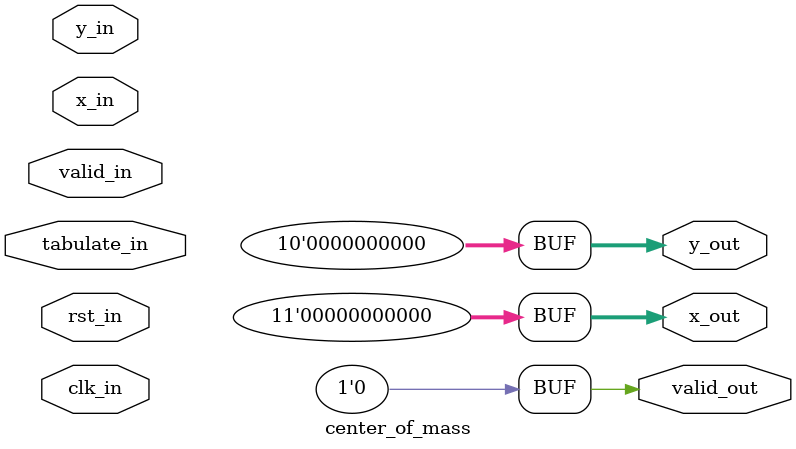
<source format=sv>
`timescale 1ns / 1ps
`default_nettype none

module center_of_mass (
                         input wire clk_in,
                         input wire rst_in,
                         input wire [10:0] x_in,
                         input wire [9:0]  y_in,
                         input wire valid_in,
                         input wire tabulate_in,
                         output logic [10:0] x_out,
                         output logic [9:0] y_out,
                         output logic valid_out);

  //your design here!

  assign x_out = 11'b0; //REMOVE ME
  assign y_out = 10'b0; //REMOVE ME
  assign valid_out = 1'b0; //REMOVE ME

endmodule


`default_nettype wire

</source>
